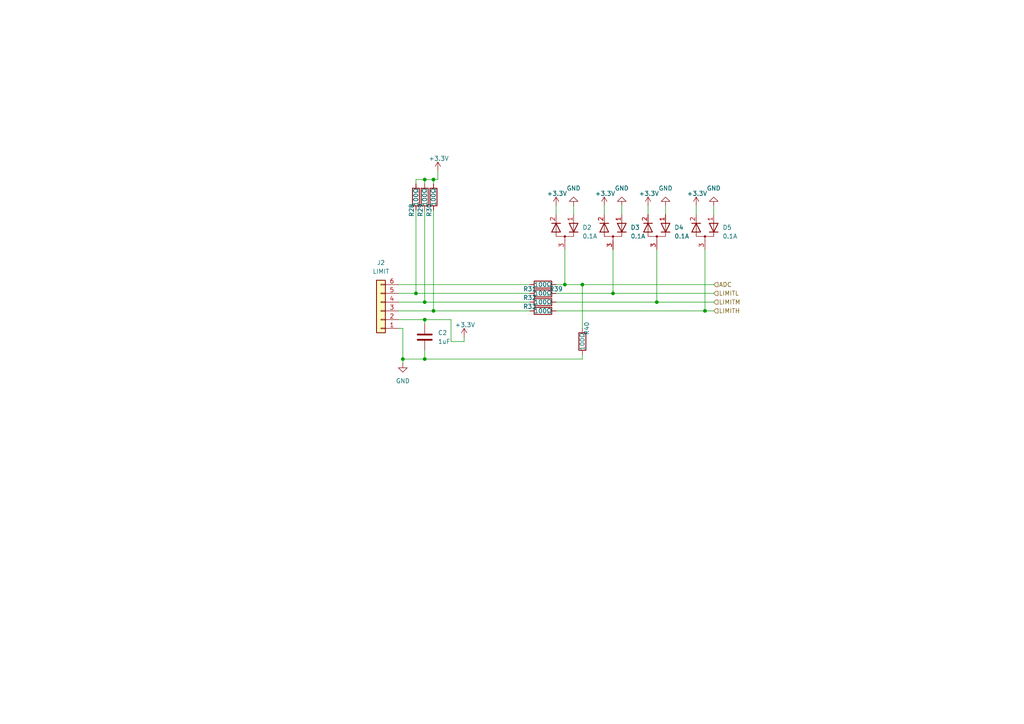
<source format=kicad_sch>
(kicad_sch (version 20231120) (generator "eeschema") (generator_version "8.0")
  (paper "A4")
  (lib_symbols
    (symbol "Connector_Generic:Conn_01x06" (pin_names (offset 1.016) hide)
      (property "Reference" "J" (at 0 7.62 0))
      (property "Value" "Conn_01x06" (at 0 -10.16 0))
      (symbol "Conn_01x06_1_1"
        (rectangle (start -1.27 -7.493) (end 0 -7.747) (stroke (width 0.1524)))
        (rectangle (start -1.27 -4.953) (end 0 -5.207) (stroke (width 0.1524)))
        (rectangle (start -1.27 -2.413) (end 0 -2.667) (stroke (width 0.1524)))
        (rectangle (start -1.27 0.127) (end 0 -0.127) (stroke (width 0.1524)))
        (rectangle (start -1.27 2.667) (end 0 2.413) (stroke (width 0.1524)))
        (rectangle (start -1.27 5.207) (end 0 4.953) (stroke (width 0.1524)))
        (rectangle (start -1.27 6.35) (end 1.27 -8.89) (stroke (width 0.254)) (fill (type background)))
        (pin passive line (at -5.08 5.08 0) (length 3.81) (name "Pin_1") (number "1"))
        (pin passive line (at -5.08 2.54 0) (length 3.81) (name "Pin_2") (number "2"))
        (pin passive line (at -5.08 0 0) (length 3.81) (name "Pin_3") (number "3"))
        (pin passive line (at -5.08 -2.54 0) (length 3.81) (name "Pin_4") (number "4"))
        (pin passive line (at -5.08 -5.08 0) (length 3.81) (name "Pin_5") (number "5"))
        (pin passive line (at -5.08 -7.62 0) (length 3.81) (name "Pin_6") (number "6"))
      )
    )
    (symbol "Device:C" (pin_numbers hide) (pin_names (offset 0.254))
      (property "Reference" "C" (at 0.635 2.54 0))
      (property "Value" "C" (at 0.635 -2.54 0))
      (symbol "C_0_1"
        (polyline (pts (xy -2.032 -0.762) (xy 2.032 -0.762)) (stroke (width 0.508)))
        (polyline (pts (xy -2.032 0.762) (xy 2.032 0.762)) (stroke (width 0.508)))
      )
      (symbol "C_1_1"
        (pin passive line (at 0 3.81 270) (length 2.794) (name "~") (number "1"))
        (pin passive line (at 0 -3.81 90) (length 2.794) (name "~") (number "2"))
      )
    )
    (symbol "Device:D_Dual_Series_AKC_Parallel" (pin_names (offset 0.762) hide)
      (property "Reference" "D" (at 0 5.08 0))
      (property "Value" "D_Dual_Series_AKC_Parallel" (at 0 -5.08 0))
      (symbol "D_Dual_Series_AKC_Parallel_0_0"
        (polyline (pts (xy 0 -1.27) (xy 0 -3.81)) (stroke (width 0.254)))
        (polyline (pts (xy 2.54 3.81) (xy 2.54 1.27)) (stroke (width 0.254)))
      )
      (symbol "D_Dual_Series_AKC_Parallel_0_1"
        (circle (center -1.27 0) (radius 0.254) (fill (type outline)))
        (polyline (pts (xy -1.27 0) (xy -2.54 0)))
        (polyline (pts (xy 2.54 2.54) (xy -1.27 2.54) (xy -1.27 -2.54) (xy 2.54 -2.54)))
        (polyline (pts (xy 0 3.81) (xy 2.54 2.54) (xy 0 1.27) (xy 0 3.81) (xy 0 3.81) (xy 0 3.81)) (stroke (width 0.254)))
        (polyline (pts (xy 2.54 -1.27) (xy 0 -2.54) (xy 2.54 -3.81) (xy 2.54 -1.27) (xy 2.54 -1.27) (xy 2.54 -1.27)) (stroke (width 0.254)))
        (pin passive line (at 5.08 -2.54 180) (length 2.54) (name "K") (number "1"))
        (pin passive line (at 5.08 2.54 180) (length 2.54) (name "K") (number "2"))
        (pin passive line (at -5.08 0 0) (length 2.54) (name "A") (number "3"))
      )
    )
    (symbol "Device:R" (pin_numbers hide) (pin_names (offset 0))
      (property "Reference" "R" (at 2.032 0 90))
      (property "Value" "R" (at 0 0 90))
      (symbol "R_0_1"
        (rectangle (start -1.016 -2.54) (end 1.016 2.54) (stroke (width 0.254)))
      )
      (symbol "R_1_1"
        (pin passive line (at 0 3.81 270) (length 1.27) (name "~") (number "1"))
        (pin passive line (at 0 -3.81 90) (length 1.27) (name "~") (number "2"))
      )
    )
    (symbol "power:+3.3V" (power) (pin_names (offset 0))
      (property "Value" "+3.3V" (at 0 3.556 0))
      (symbol "+3.3V_0_1"
        (polyline (pts (xy -0.762 1.27) (xy 0 2.54)))
        (polyline (pts (xy 0 0) (xy 0 2.54)))
        (polyline (pts (xy 0 2.54) (xy 0.762 1.27)))
      )
      (symbol "+3.3V_1_1"
        (pin power_in line (at 0 0 90) (length 0) hide (name "+3.3V") (number "1"))
      )
    )
    (symbol "power:GND" (power) (pin_names (offset 0))
      (property "Value" "GND" (at 0 -3.81 0))
      (symbol "GND_0_1"
        (polyline (pts (xy 0 0) (xy 0 -1.27) (xy 1.27 -1.27) (xy 0 -2.54) (xy -1.27 -1.27) (xy 0 -1.27)))
      )
      (symbol "GND_1_1"
        (pin power_in line (at 0 0 270) (length 0) hide (name "GND") (number "1"))
      )
    )
  )
  (junction (at 120.65 85.09))
  (junction (at 125.73 52.07))
  (junction (at 168.91 82.55))
  (junction (at 123.19 92.71))
  (junction (at 125.73 90.17))
  (junction (at 163.83 82.55))
  (junction (at 123.19 52.07))
  (junction (at 123.19 104.14))
  (junction (at 204.47 90.17))
  (junction (at 190.5 87.63))
  (junction (at 123.19 87.63))
  (junction (at 177.8 85.09))
  (junction (at 116.84 104.14))
  (wire (pts (xy 161.29 59.69) (xy 161.29 62.23)))
  (wire (pts (xy 120.65 53.34) (xy 120.65 52.07)))
  (wire (pts (xy 116.84 105.41) (xy 116.84 104.14)))
  (wire (pts (xy 161.29 87.63) (xy 190.5 87.63)))
  (wire (pts (xy 120.65 52.07) (xy 123.19 52.07)))
  (wire (pts (xy 207.01 59.69) (xy 207.01 62.23)))
  (wire (pts (xy 123.19 60.96) (xy 123.19 87.63)))
  (wire (pts (xy 161.29 82.55) (xy 163.83 82.55)))
  (wire (pts (xy 204.47 90.17) (xy 207.01 90.17)))
  (wire (pts (xy 123.19 52.07) (xy 123.19 53.34)))
  (wire (pts (xy 115.57 90.17) (xy 125.73 90.17)))
  (wire (pts (xy 168.91 82.55) (xy 168.91 95.25)))
  (wire (pts (xy 123.19 104.14) (xy 168.91 104.14)))
  (wire (pts (xy 116.84 95.25) (xy 116.84 104.14)))
  (wire (pts (xy 123.19 52.07) (xy 125.73 52.07)))
  (wire (pts (xy 115.57 82.55) (xy 153.67 82.55)))
  (wire (pts (xy 115.57 85.09) (xy 120.65 85.09)))
  (wire (pts (xy 175.26 59.69) (xy 175.26 62.23)))
  (wire (pts (xy 130.81 92.71) (xy 123.19 92.71)))
  (wire (pts (xy 127 52.07) (xy 127 49.53)))
  (wire (pts (xy 123.19 92.71) (xy 123.19 93.98)))
  (wire (pts (xy 120.65 85.09) (xy 153.67 85.09)))
  (wire (pts (xy 177.8 85.09) (xy 207.01 85.09)))
  (wire (pts (xy 123.19 87.63) (xy 153.67 87.63)))
  (wire (pts (xy 116.84 104.14) (xy 123.19 104.14)))
  (wire (pts (xy 115.57 95.25) (xy 116.84 95.25)))
  (wire (pts (xy 161.29 90.17) (xy 204.47 90.17)))
  (wire (pts (xy 130.81 99.06) (xy 130.81 92.71)))
  (wire (pts (xy 134.62 99.06) (xy 130.81 99.06)))
  (wire (pts (xy 125.73 52.07) (xy 125.73 53.34)))
  (wire (pts (xy 161.29 85.09) (xy 177.8 85.09)))
  (wire (pts (xy 125.73 52.07) (xy 127 52.07)))
  (wire (pts (xy 163.83 82.55) (xy 168.91 82.55)))
  (wire (pts (xy 166.37 59.69) (xy 166.37 62.23)))
  (wire (pts (xy 168.91 104.14) (xy 168.91 102.87)))
  (wire (pts (xy 193.04 59.69) (xy 193.04 62.23)))
  (wire (pts (xy 120.65 60.96) (xy 120.65 85.09)))
  (wire (pts (xy 134.62 99.06) (xy 134.62 97.79)))
  (wire (pts (xy 180.34 59.69) (xy 180.34 62.23)))
  (wire (pts (xy 125.73 60.96) (xy 125.73 90.17)))
  (wire (pts (xy 204.47 72.39) (xy 204.47 90.17)))
  (wire (pts (xy 187.96 59.69) (xy 187.96 62.23)))
  (wire (pts (xy 177.8 72.39) (xy 177.8 85.09)))
  (wire (pts (xy 125.73 90.17) (xy 153.67 90.17)))
  (wire (pts (xy 115.57 87.63) (xy 123.19 87.63)))
  (wire (pts (xy 123.19 92.71) (xy 115.57 92.71)))
  (wire (pts (xy 201.93 59.69) (xy 201.93 62.23)))
  (wire (pts (xy 163.83 72.39) (xy 163.83 82.55)))
  (wire (pts (xy 168.91 82.55) (xy 207.01 82.55)))
  (wire (pts (xy 190.5 87.63) (xy 207.01 87.63)))
  (wire (pts (xy 123.19 104.14) (xy 123.19 101.6)))
  (wire (pts (xy 190.5 72.39) (xy 190.5 87.63)))
  (hierarchical_label "LIMITH" (shape input) (at 207.01 90.17 0))
  (hierarchical_label "ADC" (shape input) (at 207.01 82.55 0))
  (hierarchical_label "LIMITM" (shape input) (at 207.01 87.63 0))
  (hierarchical_label "LIMITL" (shape input) (at 207.01 85.09 0))
  (symbol (lib_id "power:GND") (at 193.04 59.69 0) (mirror x) (unit 1)
    (property "Reference" "#PWR058" (effects (hide yes)))
    (property "Value" "GND" (at 193.04 54.61 0))
  )
  (symbol (lib_id "Device:R") (at 157.48 90.17 90) (unit 1)
    (property "Reference" "R33" (at 153.67 88.9 90))
    (property "Value" "100Ω" (at 157.48 90.17 90))
    (property "Footprint" "Resistor_SMD:R_0603_1608Metric" (effects (hide yes)))
    (property "Description" "Resistor" (effects (hide yes)))
  )
  (symbol (lib_id "Device:D_Dual_Series_AKC_Parallel") (at 190.5 67.31 90) (unit 1)
    (property "Reference" "D4" (at 195.58 65.9764 90) (effects (justify right)))
    (property "Value" "0.1A" (at 195.58 68.5164 90) (effects (justify right)))
    (property "Footprint" "Package_TO_SOT_SMD:SOT-23-3" (effects (hide yes)))
    (property "Description" "Dual diode, anode/cathode/center" (effects (hide yes)))
  )
  (symbol (lib_id "Device:R") (at 157.48 87.63 90) (unit 1)
    (property "Reference" "R32" (at 153.67 86.36 90))
    (property "Value" "100Ω" (at 157.48 87.63 90))
    (property "Footprint" "Resistor_SMD:R_0603_1608Metric" (effects (hide yes)))
    (property "Description" "Resistor" (effects (hide yes)))
  )
  (symbol (lib_id "power:+3.3V") (at 134.62 97.79 0) (unit 1)
    (property "Reference" "#PWR017" (effects (hide yes)))
    (property "Value" "+3.3V" (at 134.874 94.234 0))
  )
  (symbol (lib_id "power:GND") (at 207.01 59.69 0) (mirror x) (unit 1)
    (property "Reference" "#PWR061" (effects (hide yes)))
    (property "Value" "GND" (at 207.01 54.61 0))
  )
  (symbol (lib_id "Device:D_Dual_Series_AKC_Parallel") (at 163.83 67.31 90) (unit 1)
    (property "Reference" "D2" (at 168.91 65.9764 90) (effects (justify right)))
    (property "Value" "0.1A" (at 168.91 68.5164 90) (effects (justify right)))
    (property "Footprint" "Package_TO_SOT_SMD:SOT-23-3" (effects (hide yes)))
    (property "Description" "Dual diode, anode/cathode/center" (effects (hide yes)))
  )
  (symbol (lib_id "power:+3.3V") (at 187.96 59.69 0) (unit 1)
    (property "Reference" "#PWR055" (effects (hide yes)))
    (property "Value" "+3.3V" (at 188.214 56.134 0))
  )
  (symbol (lib_id "power:GND") (at 166.37 59.69 0) (mirror x) (unit 1)
    (property "Reference" "#PWR051" (effects (hide yes)))
    (property "Value" "GND" (at 166.37 54.61 0))
  )
  (symbol (lib_id "Device:R") (at 123.19 57.15 180) (unit 1)
    (property "Reference" "R29" (at 121.92 60.96 90))
    (property "Value" "100Ω" (at 123.19 57.15 90))
    (property "Footprint" "Resistor_SMD:R_0603_1608Metric" (effects (hide yes)))
    (property "Description" "Resistor" (effects (hide yes)))
  )
  (symbol (lib_id "power:GND") (at 180.34 59.69 0) (mirror x) (unit 1)
    (property "Reference" "#PWR054" (effects (hide yes)))
    (property "Value" "GND" (at 180.34 54.61 0))
  )
  (symbol (lib_id "Device:R") (at 125.73 57.15 180) (unit 1)
    (property "Reference" "R30" (at 124.46 60.96 90))
    (property "Value" "100Ω" (at 125.73 57.15 90))
    (property "Footprint" "Resistor_SMD:R_0603_1608Metric" (effects (hide yes)))
    (property "Description" "Resistor" (effects (hide yes)))
  )
  (symbol (lib_id "power:GND") (at 116.84 105.41 0) (mirror y) (unit 1)
    (property "Reference" "#PWR015" (effects (hide yes)))
    (property "Value" "GND" (at 116.84 110.49 0))
  )
  (symbol (lib_id "power:+3.3V") (at 161.29 59.69 0) (unit 1)
    (property "Reference" "#PWR050" (effects (hide yes)))
    (property "Value" "+3.3V" (at 161.544 56.134 0))
  )
  (symbol (lib_id "Device:R") (at 168.91 99.06 0) (unit 1)
    (property "Reference" "R40" (at 170.18 95.25 90))
    (property "Value" "100Ω" (at 168.91 99.06 90))
    (property "Footprint" "Resistor_SMD:R_0603_1608Metric" (effects (hide yes)))
    (property "Description" "Resistor" (effects (hide yes)))
  )
  (symbol (lib_id "power:+3.3V") (at 127 49.53 0) (unit 1)
    (property "Reference" "#PWR016" (effects (hide yes)))
    (property "Value" "+3.3V" (at 127.254 45.974 0))
  )
  (symbol (lib_id "Device:C") (at 123.19 97.79 0) (unit 1)
    (property "Reference" "C2" (at 127 96.5199 0) (effects (justify left)))
    (property "Value" "1uF" (at 127 99.0599 0) (effects (justify left)))
    (property "Footprint" "Capacitor_SMD:C_0603_1608Metric" (effects (hide yes)))
  )
  (symbol (lib_id "Device:R") (at 157.48 82.55 270) (unit 1)
    (property "Reference" "R39" (at 161.29 83.82 90))
    (property "Value" "100Ω" (at 157.48 82.55 90))
    (property "Footprint" "Resistor_SMD:R_0603_1608Metric" (effects (hide yes)))
    (property "Description" "Resistor" (effects (hide yes)))
  )
  (symbol (lib_id "Device:R") (at 157.48 85.09 90) (unit 1)
    (property "Reference" "R31" (at 153.67 83.82 90))
    (property "Value" "100Ω" (at 157.48 85.09 90))
    (property "Footprint" "Resistor_SMD:R_0603_1608Metric" (effects (hide yes)))
    (property "Description" "Resistor" (effects (hide yes)))
  )
  (symbol (lib_id "Device:D_Dual_Series_AKC_Parallel") (at 204.47 67.31 90) (unit 1)
    (property "Reference" "D5" (at 209.55 65.9764 90) (effects (justify right)))
    (property "Value" "0.1A" (at 209.55 68.5164 90) (effects (justify right)))
    (property "Footprint" "Package_TO_SOT_SMD:SOT-23-3" (effects (hide yes)))
    (property "Description" "Dual diode, anode/cathode/center" (effects (hide yes)))
  )
  (symbol (lib_id "Connector_Generic:Conn_01x06") (at 110.49 90.17 180) (unit 1)
    (property "Reference" "J2" (at 110.49 76.2 0))
    (property "Value" "LIMIT" (at 110.49 78.74 0))
    (property "Footprint" "Connector_PinHeader_2.54mm:PinHeader_1x06_P2.54mm_Vertical" (effects (hide yes)))
    (property "Description" "Generic connector, single row, 01x06, script generated (kicad-library-utils/schlib/autogen/connector/)" (effects (hide yes)))
  )
  (symbol (lib_id "Device:R") (at 120.65 57.15 180) (unit 1)
    (property "Reference" "R28" (at 119.38 60.96 90))
    (property "Value" "100Ω" (at 120.65 57.15 90))
    (property "Footprint" "Resistor_SMD:R_0603_1608Metric" (effects (hide yes)))
    (property "Description" "Resistor" (effects (hide yes)))
  )
  (symbol (lib_id "power:+3.3V") (at 201.93 59.69 0) (unit 1)
    (property "Reference" "#PWR060" (effects (hide yes)))
    (property "Value" "+3.3V" (at 202.184 56.134 0))
  )
  (symbol (lib_id "Device:D_Dual_Series_AKC_Parallel") (at 177.8 67.31 90) (unit 1)
    (property "Reference" "D3" (at 182.88 65.9764 90) (effects (justify right)))
    (property "Value" "0.1A" (at 182.88 68.5164 90) (effects (justify right)))
    (property "Footprint" "Package_TO_SOT_SMD:SOT-23-3" (effects (hide yes)))
    (property "Description" "Dual diode, anode/cathode/center" (effects (hide yes)))
  )
  (symbol (lib_id "power:+3.3V") (at 175.26 59.69 0) (unit 1)
    (property "Reference" "#PWR052" (effects (hide yes)))
    (property "Value" "+3.3V" (at 175.514 56.134 0))
  )
)
</source>
